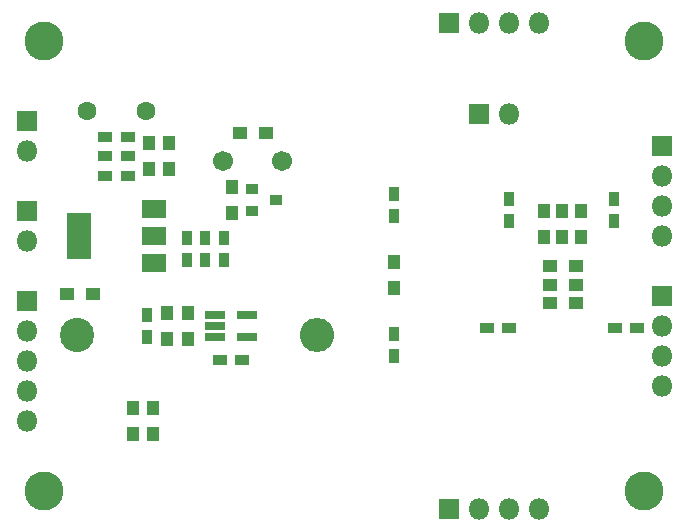
<source format=gbr>
G04 #@! TF.GenerationSoftware,KiCad,Pcbnew,(5.1.4)-1*
G04 #@! TF.CreationDate,2019-12-04T08:55:51-06:00*
G04 #@! TF.ProjectId,motor_control,6d6f746f-725f-4636-9f6e-74726f6c2e6b,rev?*
G04 #@! TF.SameCoordinates,Original*
G04 #@! TF.FileFunction,Soldermask,Bot*
G04 #@! TF.FilePolarity,Negative*
%FSLAX46Y46*%
G04 Gerber Fmt 4.6, Leading zero omitted, Abs format (unit mm)*
G04 Created by KiCad (PCBNEW (5.1.4)-1) date 2019-12-04 08:55:51*
%MOMM*%
%LPD*%
G04 APERTURE LIST*
%ADD10C,1.701600*%
%ADD11R,1.301600X0.851600*%
%ADD12R,0.851600X1.301600*%
%ADD13C,1.601600*%
%ADD14C,3.301600*%
%ADD15O,1.801600X1.801600*%
%ADD16R,1.801600X1.801600*%
%ADD17R,1.001600X0.901600*%
%ADD18O,2.901600X2.901600*%
%ADD19C,2.901600*%
%ADD20R,1.001600X1.301600*%
%ADD21R,1.301600X1.001600*%
%ADD22R,1.661600X0.751600*%
%ADD23R,2.101600X1.601600*%
%ADD24R,2.101600X3.901600*%
G04 APERTURE END LIST*
D10*
X143423000Y-87630000D03*
X148423000Y-87630000D03*
D11*
X143118800Y-104546400D03*
X145018800Y-104546400D03*
D12*
X136956800Y-102600800D03*
X136956800Y-100700800D03*
X157835600Y-90439200D03*
X157835600Y-92339200D03*
X157835600Y-104175600D03*
X157835600Y-102275600D03*
X176530000Y-92745600D03*
X176530000Y-90845600D03*
D11*
X178445200Y-101803200D03*
X176545200Y-101803200D03*
D12*
X167640000Y-92745600D03*
X167640000Y-90845600D03*
D11*
X165724800Y-101803200D03*
X167624800Y-101803200D03*
X133416000Y-85648800D03*
X135316000Y-85648800D03*
X135316000Y-87274400D03*
X133416000Y-87274400D03*
X133416000Y-88950800D03*
X135316000Y-88950800D03*
D12*
X140309600Y-94147600D03*
X140309600Y-96047600D03*
X141884400Y-96047600D03*
X141884400Y-94147600D03*
X143459200Y-94147600D03*
X143459200Y-96047600D03*
D13*
X136866000Y-83464400D03*
X131866000Y-83464400D03*
D14*
X179070000Y-115570000D03*
X128270000Y-115570000D03*
X179070000Y-77470000D03*
X128270000Y-77470000D03*
D15*
X126796800Y-109677200D03*
X126796800Y-107137200D03*
X126796800Y-104597200D03*
X126796800Y-102057200D03*
D16*
X126796800Y-99517200D03*
D15*
X167640000Y-83693000D03*
D16*
X165100000Y-83693000D03*
D15*
X170180000Y-75946000D03*
X167640000Y-75946000D03*
X165100000Y-75946000D03*
D16*
X162560000Y-75946000D03*
X180594000Y-99060000D03*
D15*
X180594000Y-101600000D03*
X180594000Y-104140000D03*
X180594000Y-106680000D03*
X170180000Y-117094000D03*
X167640000Y-117094000D03*
X165100000Y-117094000D03*
D16*
X162560000Y-117094000D03*
X180594000Y-86360000D03*
D15*
X180594000Y-88900000D03*
X180594000Y-91440000D03*
X180594000Y-93980000D03*
D16*
X126796800Y-91897200D03*
D15*
X126796800Y-94437200D03*
X126796800Y-86817200D03*
D16*
X126796800Y-84277200D03*
D17*
X147862800Y-90982800D03*
X145862800Y-90032800D03*
X145862800Y-91932800D03*
D18*
X151333200Y-102412800D03*
D19*
X131013200Y-102412800D03*
D20*
X140411200Y-100550800D03*
X140411200Y-102750800D03*
X138684000Y-102750800D03*
X138684000Y-100550800D03*
X137464800Y-110777200D03*
X137464800Y-108577200D03*
X135737600Y-108577200D03*
X135737600Y-110777200D03*
X144119600Y-89882800D03*
X144119600Y-92082800D03*
D21*
X144848400Y-85293200D03*
X147048400Y-85293200D03*
D20*
X137160000Y-86174400D03*
X137160000Y-88374400D03*
X138828599Y-86175399D03*
X138828599Y-88375399D03*
D21*
X130218000Y-98907600D03*
X132418000Y-98907600D03*
D20*
X170535600Y-94114800D03*
X170535600Y-91914800D03*
D21*
X171061200Y-99720400D03*
X173261200Y-99720400D03*
D20*
X172110400Y-91914800D03*
X172110400Y-94114800D03*
X173685200Y-94114800D03*
X173685200Y-91914800D03*
D21*
X173261200Y-98145600D03*
X171061200Y-98145600D03*
X171061200Y-96570800D03*
X173261200Y-96570800D03*
D20*
X157835600Y-96232800D03*
X157835600Y-98432800D03*
D22*
X145418800Y-102600800D03*
X145418800Y-100700800D03*
X142718800Y-100700800D03*
X142718800Y-101650800D03*
X142718800Y-102600800D03*
D23*
X137516000Y-91680000D03*
X137516000Y-96280000D03*
X137516000Y-93980000D03*
D24*
X131216000Y-93980000D03*
M02*

</source>
